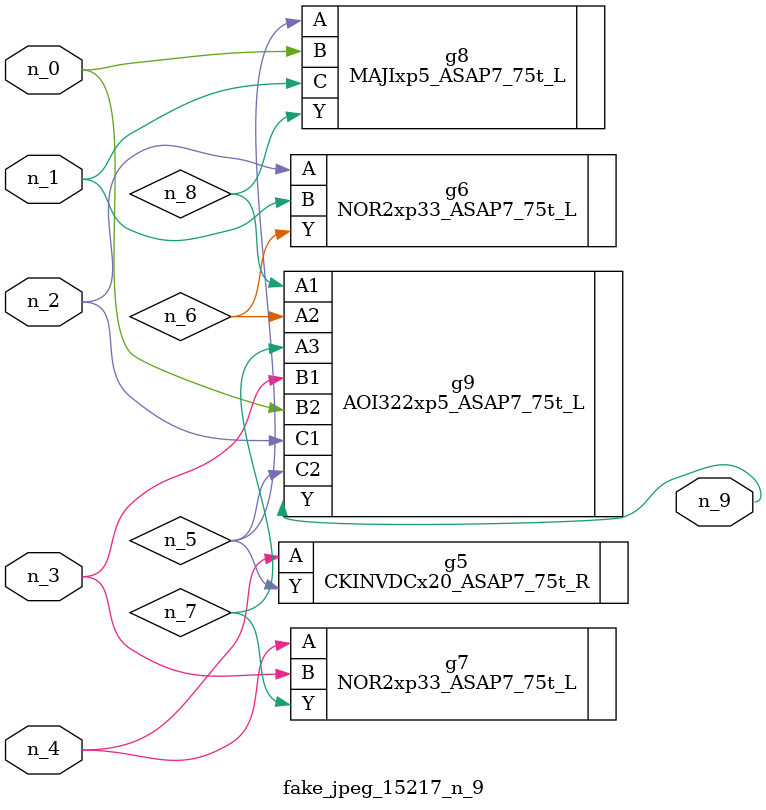
<source format=v>
module fake_jpeg_15217_n_9 (n_3, n_2, n_1, n_0, n_4, n_9);

input n_3;
input n_2;
input n_1;
input n_0;
input n_4;

output n_9;

wire n_8;
wire n_6;
wire n_5;
wire n_7;

CKINVDCx20_ASAP7_75t_R g5 ( 
.A(n_4),
.Y(n_5)
);

NOR2xp33_ASAP7_75t_L g6 ( 
.A(n_2),
.B(n_1),
.Y(n_6)
);

NOR2xp33_ASAP7_75t_L g7 ( 
.A(n_4),
.B(n_3),
.Y(n_7)
);

MAJIxp5_ASAP7_75t_L g8 ( 
.A(n_5),
.B(n_0),
.C(n_1),
.Y(n_8)
);

AOI322xp5_ASAP7_75t_L g9 ( 
.A1(n_8),
.A2(n_6),
.A3(n_7),
.B1(n_3),
.B2(n_0),
.C1(n_2),
.C2(n_5),
.Y(n_9)
);


endmodule
</source>
